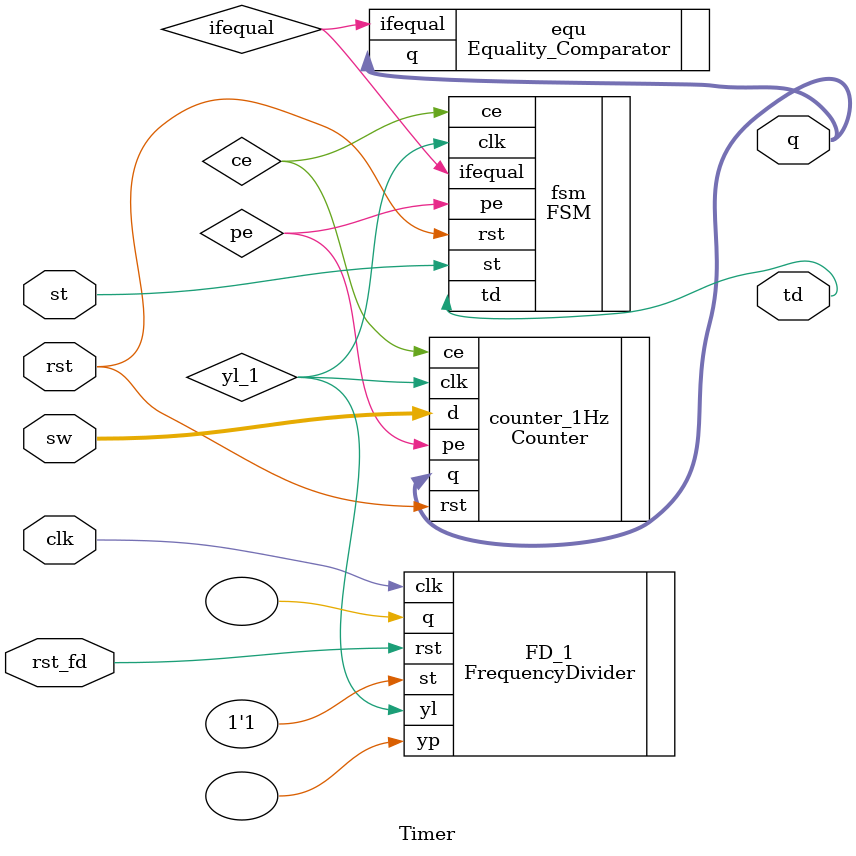
<source format=sv>
`timescale 1ns / 1ps
module Timer #(
    parameter K=32'd99_999_999,
              WIDTH=16
)(
    input              clk,
    input              rst,
    input              st,
    input              rst_fd,
    input  [WIDTH-1:0] sw,  // 开关输入
    output [WIDTH-1:0] q,
    output             td
);
//
wire yl_1;
wire pe,ce,ifequal;
//调频至1Hz（计时器）
FrequencyDivider #(
    .K(K)  // 分频系数，例如将100MHz分频为1Hz
)FD_1(
    .clk(clk),
    .rst(rst_fd),
    .st(1'b1),
    .yp(),
    .yl(yl_1),
    .q()
);
//WIDTH位计时器
Counter #(
    .WIDTH(WIDTH)
)counter_1Hz(
        .clk(yl_1),
        .rst(rst),
        .pe(pe),
        .ce(ce),
        .d(sw),
        .q(q)
);
FSM #(
    .RST_VLU(0)
)fsm(
    .st(st),
    .rst(rst),
    .clk(yl_1),
    .ifequal(ifequal),  
    .pe(pe),
    .ce(ce),
    .td(td)
);
Equality_Comparator #(
    .WIDTH(WIDTH)
) equ (
    .q(q),
    .ifequal(ifequal)
);
endmodule
</source>
